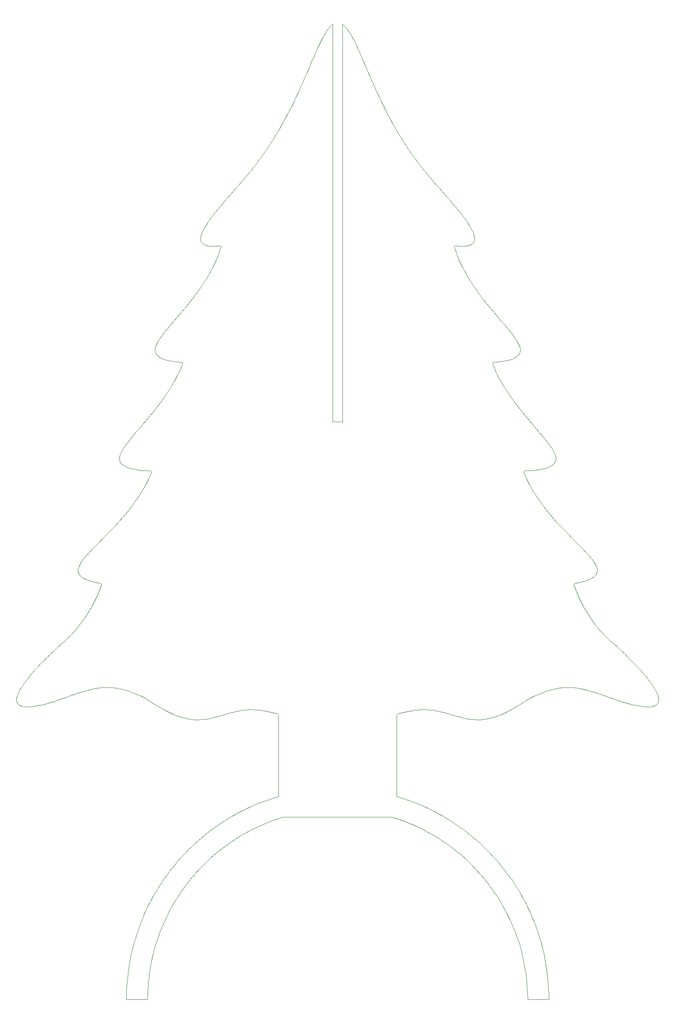
<source format=gm1>
G04 #@! TF.GenerationSoftware,KiCad,Pcbnew,8.0.6*
G04 #@! TF.CreationDate,2024-11-23T10:35:43+01:00*
G04 #@! TF.ProjectId,ChristmasTree,43687269-7374-46d6-9173-547265652e6b,rev?*
G04 #@! TF.SameCoordinates,Original*
G04 #@! TF.FileFunction,Profile,NP*
%FSLAX46Y46*%
G04 Gerber Fmt 4.6, Leading zero omitted, Abs format (unit mm)*
G04 Created by KiCad (PCBNEW 8.0.6) date 2024-11-23 10:35:43*
%MOMM*%
%LPD*%
G01*
G04 APERTURE LIST*
%ADD10C,0.100000*%
G04 #@! TA.AperFunction,Profile*
%ADD11C,0.100000*%
G04 #@! TD*
G04 APERTURE END LIST*
D10*
X81632625Y-53903598D02*
X81722426Y-53800161D01*
X81811920Y-53696922D01*
X81901088Y-53593892D01*
X81989911Y-53491082D01*
X82078371Y-53388502D01*
X82166448Y-53286165D01*
X82254123Y-53184080D01*
X82341379Y-53082259D01*
X82428196Y-52980712D01*
X82514555Y-52879452D01*
X82600438Y-52778487D01*
X82685826Y-52677831D01*
X82770700Y-52577493D01*
X82855042Y-52477484D01*
X82938832Y-52377816D01*
X83022052Y-52278499D01*
X83104683Y-52179545D01*
X83186707Y-52080964D01*
X83268104Y-51982767D01*
X83348856Y-51884966D01*
X83428944Y-51787570D01*
X83508350Y-51690592D01*
X83587054Y-51594043D01*
X83665037Y-51497932D01*
X83742282Y-51402271D01*
X83818769Y-51307072D01*
X83894479Y-51212344D01*
X83969395Y-51118100D01*
X84043496Y-51024349D01*
X84116764Y-50931103D01*
X84189181Y-50838374D01*
X84260728Y-50746171D01*
X42880000Y-152900000D02*
X42188462Y-153002722D01*
X41572982Y-153058573D01*
X41031503Y-153069092D01*
X40561969Y-153035818D01*
X40162321Y-152960293D01*
X39830504Y-152844055D01*
X39564461Y-152688645D01*
X39362135Y-152495604D01*
X39221469Y-152266471D01*
X39140408Y-152002786D01*
X39116893Y-151706090D01*
X39148868Y-151377922D01*
X39234278Y-151019823D01*
X39371064Y-150633332D01*
X39557170Y-150219990D01*
X39790540Y-149781337D01*
X40069116Y-149318913D01*
X40390842Y-148834257D01*
X40753662Y-148328911D01*
X41155518Y-147804413D01*
X41594354Y-147262305D01*
X42068113Y-146704126D01*
X42574739Y-146131416D01*
X43112174Y-145545716D01*
X43678362Y-144948565D01*
X44271247Y-144341503D01*
X44888771Y-143726072D01*
X45528878Y-143103809D01*
X46189511Y-142476257D01*
X46868613Y-141844954D01*
X47564128Y-141211441D01*
X48274000Y-140577259D01*
D11*
X111040099Y-154826164D02*
X111040099Y-169984918D01*
D10*
X156837591Y-152900000D02*
X156116227Y-152761429D01*
X155411607Y-152601067D01*
X154722178Y-152421925D01*
X154046390Y-152227017D01*
X153382692Y-152019355D01*
X152729533Y-151801951D01*
X152085362Y-151577819D01*
X151448628Y-151349971D01*
X150817781Y-151121420D01*
X150191268Y-150895179D01*
X149567541Y-150674260D01*
X148945046Y-150461676D01*
X148322235Y-150260440D01*
X147697555Y-150073564D01*
X147069456Y-149904061D01*
X146436386Y-149754945D01*
X145796796Y-149629227D01*
X145149134Y-149529920D01*
X144491848Y-149460037D01*
X143823389Y-149422591D01*
X143142205Y-149420595D01*
X142446746Y-149457061D01*
X141735460Y-149535002D01*
X141006797Y-149657430D01*
X140259205Y-149827359D01*
X139491133Y-150047800D01*
X138701032Y-150321768D01*
X137887349Y-150652274D01*
X137048535Y-151042331D01*
X136183037Y-151494952D01*
X135289306Y-152013149D01*
X134365790Y-152599937D01*
X65351828Y-152599937D02*
X64428309Y-152013149D01*
X63534575Y-151494952D01*
X62669075Y-151042331D01*
X61830259Y-150652274D01*
X61016574Y-150321768D01*
X60226471Y-150047800D01*
X59458398Y-149827359D01*
X58710805Y-149657430D01*
X57982140Y-149535002D01*
X57270853Y-149457061D01*
X56575392Y-149420595D01*
X55894207Y-149422591D01*
X55225747Y-149460037D01*
X54568461Y-149529920D01*
X53920798Y-149629227D01*
X53281207Y-149754945D01*
X52648137Y-149904061D01*
X52020037Y-150073564D01*
X51395357Y-150260440D01*
X50772545Y-150461676D01*
X50150050Y-150674260D01*
X49526322Y-150895179D01*
X48899810Y-151121420D01*
X48268962Y-151349971D01*
X47632228Y-151577819D01*
X46988057Y-151801951D01*
X46334898Y-152019355D01*
X45671200Y-152227017D01*
X44995412Y-152421925D01*
X44305983Y-152601067D01*
X43601363Y-152761429D01*
X42880000Y-152900000D01*
X110814278Y-43789331D02*
X110939873Y-44005446D01*
X111066616Y-44221831D01*
X111194517Y-44438468D01*
X111323587Y-44655337D01*
X111453838Y-44872420D01*
X111585280Y-45089698D01*
X111717924Y-45307153D01*
X111851781Y-45524765D01*
X111986863Y-45742517D01*
X112123180Y-45960388D01*
X112260743Y-46178362D01*
X112399563Y-46396418D01*
X112539652Y-46614539D01*
X112681019Y-46832705D01*
X112823677Y-47050898D01*
X112967636Y-47269100D01*
X113112906Y-47487291D01*
X113259500Y-47705452D01*
X113407428Y-47923566D01*
X113556701Y-48141613D01*
X113707330Y-48359574D01*
X113859326Y-48577432D01*
X114012700Y-48795166D01*
X114167463Y-49012760D01*
X114323626Y-49230193D01*
X114481200Y-49447447D01*
X114640196Y-49664504D01*
X114800625Y-49881345D01*
X114962498Y-50097950D01*
X115125825Y-50314302D01*
X115290618Y-50530382D01*
X115456889Y-50746171D01*
D11*
X63909030Y-208349453D02*
X59908588Y-208349453D01*
D10*
X55124901Y-130152768D02*
X55155400Y-130041835D01*
X55168191Y-129927594D01*
X55153863Y-129826852D01*
X55086139Y-129761397D01*
X64611127Y-108799041D02*
X64636892Y-108693930D01*
X64620055Y-108590210D01*
X64546039Y-108505032D01*
X64439828Y-108467416D01*
X64364113Y-108464185D01*
X135808561Y-208349453D02*
X135783825Y-207022746D01*
X135710144Y-205705049D01*
X135588306Y-204397412D01*
X135419099Y-203100885D01*
X135203310Y-201816518D01*
X134941729Y-200545362D01*
X134635142Y-199288468D01*
X134284338Y-198046884D01*
X133890106Y-196821662D01*
X133453233Y-195613851D01*
X132974507Y-194424502D01*
X132454716Y-193254665D01*
X131894649Y-192105391D01*
X131295094Y-190977729D01*
X130656838Y-189872730D01*
X129980670Y-188791444D01*
X129267378Y-187734921D01*
X128517749Y-186704212D01*
X127732573Y-185700366D01*
X126912637Y-184724435D01*
X126058728Y-183777468D01*
X125171636Y-182860515D01*
X124252148Y-181974626D01*
X123301053Y-181120853D01*
X122319138Y-180300245D01*
X121307192Y-179513852D01*
X120266002Y-178762725D01*
X119196357Y-178047914D01*
X118099044Y-177370468D01*
X116974853Y-176731439D01*
X115824570Y-176131877D01*
X114648985Y-175572832D01*
X114648985Y-175572832D02*
X114511903Y-175510948D01*
X114374512Y-175449644D01*
X114236811Y-175388920D01*
X114098800Y-175328774D01*
X113960479Y-175269208D01*
X113821849Y-175210220D01*
X113682908Y-175151812D01*
X113543658Y-175093982D01*
X113404099Y-175036732D01*
X113264229Y-174980060D01*
X113124049Y-174923966D01*
X112983560Y-174868452D01*
X112842761Y-174813516D01*
X112701651Y-174759158D01*
X112560232Y-174705379D01*
X112418504Y-174652179D01*
X112276465Y-174599556D01*
X112134116Y-174547512D01*
X111991457Y-174496047D01*
X111848489Y-174445159D01*
X111705210Y-174394849D01*
X111561622Y-174345118D01*
X111417723Y-174295964D01*
X111273515Y-174247388D01*
X111128996Y-174199391D01*
X110984168Y-174151970D01*
X110839030Y-174105128D01*
X110693581Y-174058863D01*
X110547823Y-174013176D01*
X110401754Y-173968066D01*
X110255376Y-173923534D01*
X110108688Y-173879580D01*
D11*
X99846492Y-173879580D02*
X89608876Y-173879580D01*
D10*
X77522646Y-65957973D02*
X76828054Y-66025195D01*
X76216029Y-66047383D01*
X75683623Y-66026177D01*
X75227891Y-65963214D01*
X74845885Y-65860135D01*
X74534658Y-65718580D01*
X74291263Y-65540187D01*
X74112755Y-65326596D01*
X73996185Y-65079447D01*
X73938607Y-64800378D01*
X73937075Y-64491030D01*
X73988642Y-64153042D01*
X74090360Y-63788054D01*
X74239283Y-63397704D01*
X74432465Y-62983632D01*
X74666958Y-62547478D01*
X74939816Y-62090881D01*
X75248091Y-61615481D01*
X75588838Y-61122916D01*
X75959109Y-60614827D01*
X76355957Y-60092853D01*
X76776436Y-59558633D01*
X77217600Y-59013807D01*
X77676500Y-58460014D01*
X78150190Y-57898893D01*
X78635725Y-57332085D01*
X79130156Y-56761228D01*
X79630537Y-56187962D01*
X80133921Y-55613927D01*
X80637361Y-55040761D01*
X81137911Y-54470105D01*
X81632625Y-53903598D01*
X89608876Y-173879580D02*
X88202681Y-174328617D01*
X86824471Y-174832755D01*
X85475339Y-175390535D01*
X84156376Y-176000500D01*
X82868676Y-176661192D01*
X81613329Y-177371155D01*
X80391430Y-178128930D01*
X79204069Y-178933060D01*
X78052340Y-179782089D01*
X76937334Y-180674557D01*
X75860144Y-181609009D01*
X74821861Y-182583986D01*
X73823580Y-183598031D01*
X72866390Y-184649687D01*
X71951386Y-185737496D01*
X71079659Y-186860002D01*
X70252301Y-188015745D01*
X69470405Y-189203269D01*
X68735064Y-190421117D01*
X68047368Y-191667831D01*
X67408411Y-192941954D01*
X66819285Y-194242028D01*
X66281083Y-195566596D01*
X65794895Y-196914200D01*
X65361816Y-198283383D01*
X64982936Y-199672688D01*
X64659349Y-201080657D01*
X64392147Y-202505832D01*
X64182422Y-203946757D01*
X64031265Y-205401974D01*
X63939770Y-206870025D01*
X63909030Y-208349453D01*
D11*
X139809029Y-208349453D02*
X135808587Y-208349453D01*
D10*
X129458595Y-87946594D02*
X129348938Y-87967809D01*
X129252905Y-88027048D01*
X129196524Y-88116651D01*
X129185356Y-88229499D01*
X129208141Y-88320396D01*
X100756684Y-24150235D02*
X100995486Y-24323687D01*
X101232158Y-24537003D01*
X101467399Y-24789036D01*
X101701909Y-25078640D01*
X101936389Y-25404670D01*
X102171539Y-25765980D01*
X102408059Y-26161424D01*
X102646648Y-26589855D01*
X102888008Y-27050129D01*
X103132839Y-27541099D01*
X103381839Y-28061619D01*
X103635711Y-28610544D01*
X103895154Y-29186727D01*
X104160868Y-29789023D01*
X104433553Y-30416286D01*
X104713909Y-31067370D01*
X105002638Y-31741129D01*
X105300438Y-32436417D01*
X105608010Y-33152088D01*
X105926054Y-33886997D01*
X106255271Y-34639998D01*
X106596360Y-35409944D01*
X106950021Y-36195691D01*
X107316956Y-36996091D01*
X107697864Y-37809999D01*
X108093445Y-38636270D01*
X108504399Y-39473756D01*
X108931427Y-40321314D01*
X109375228Y-41177796D01*
X109836504Y-42042056D01*
X110315954Y-42912950D01*
X110814278Y-43789331D01*
X88405870Y-154353487D02*
X88262705Y-154317848D01*
X88117619Y-154282372D01*
X87970591Y-154247058D01*
X87821599Y-154211907D01*
X87670622Y-154176919D01*
X87517642Y-154142095D01*
X87362635Y-154107435D01*
X87205583Y-154072939D01*
X87046463Y-154038609D01*
X86885256Y-154004445D01*
X86721941Y-153970447D01*
X86556497Y-153936616D01*
X86388903Y-153902952D01*
X86219139Y-153869456D01*
X86047183Y-153836128D01*
X85873017Y-153802969D01*
X64364113Y-108464185D02*
X64238178Y-108468345D01*
X64110340Y-108470956D01*
X63980564Y-108471950D01*
X63848817Y-108471255D01*
X63715066Y-108468804D01*
X63579279Y-108464525D01*
X63441420Y-108458350D01*
X63301458Y-108450209D01*
X63159360Y-108440033D01*
X63015091Y-108427751D01*
X62917690Y-108418359D01*
X88903339Y-43789331D02*
X89400086Y-42915217D01*
X89878096Y-42046502D01*
X90338061Y-41184325D01*
X90780673Y-40329827D01*
X91206625Y-39484148D01*
X91616609Y-38648427D01*
X92011318Y-37823806D01*
X92391443Y-37011424D01*
X92757678Y-36212420D01*
X93110715Y-35427936D01*
X93451246Y-34659112D01*
X93779964Y-33907087D01*
X94097562Y-33173001D01*
X94404731Y-32457995D01*
X94702164Y-31763209D01*
X94990554Y-31089783D01*
X95270592Y-30438857D01*
X95542973Y-29811571D01*
X95808387Y-29209065D01*
X96067528Y-28632480D01*
X96321087Y-28082955D01*
X96569758Y-27561630D01*
X96814232Y-27069646D01*
X97055203Y-26608143D01*
X97293362Y-26178260D01*
X97529403Y-25781139D01*
X97764017Y-25417918D01*
X97997897Y-25089739D01*
X98231735Y-24797741D01*
X98466224Y-24543064D01*
X98702056Y-24326848D01*
X98939925Y-24150235D01*
X130061844Y-87904234D02*
X129945521Y-87915285D01*
X129830668Y-87924917D01*
X129717296Y-87933115D01*
X129605418Y-87939866D01*
X129495048Y-87945157D01*
X129458595Y-87946594D01*
X54920272Y-129733139D02*
X53897166Y-129525961D01*
X53031662Y-129295021D01*
X52316554Y-129039812D01*
X51744636Y-128759825D01*
X51308703Y-128454553D01*
X51001548Y-128123487D01*
X50815967Y-127766121D01*
X50744753Y-127381946D01*
X50780702Y-126970455D01*
X50916606Y-126531140D01*
X51145261Y-126063493D01*
X51459460Y-125567006D01*
X51851999Y-125041172D01*
X52315671Y-124485483D01*
X52843272Y-123899431D01*
X53427594Y-123282509D01*
X54061432Y-122634208D01*
X54737582Y-121954022D01*
X55448836Y-121241442D01*
X56187990Y-120495960D01*
X56947838Y-119717069D01*
X57721174Y-118904260D01*
X58500792Y-118057028D01*
X59279487Y-117174862D01*
X60050053Y-116257257D01*
X60805284Y-115303703D01*
X61537975Y-114313694D01*
X62240920Y-113286721D01*
X62906913Y-112222277D01*
X63528749Y-111119854D01*
X64099222Y-109978945D01*
X64611127Y-108799041D01*
D11*
X98939925Y-24150235D02*
X98939925Y-99249606D01*
D10*
X59908588Y-208349453D02*
X59917457Y-207498942D01*
X59943947Y-206652782D01*
X59987884Y-205811148D01*
X60049090Y-204974213D01*
X60127390Y-204142152D01*
X60222610Y-203315139D01*
X60334572Y-202493349D01*
X60463101Y-201676956D01*
X60608022Y-200866134D01*
X60769159Y-200061058D01*
X60946336Y-199261902D01*
X61139377Y-198468840D01*
X61348108Y-197682047D01*
X61572351Y-196901697D01*
X61811932Y-196127965D01*
X62066675Y-195361024D01*
X62336404Y-194601049D01*
X62620944Y-193848215D01*
X62920118Y-193102696D01*
X63233751Y-192364666D01*
X63561668Y-191634300D01*
X63903692Y-190911771D01*
X64259648Y-190197255D01*
X64629361Y-189490926D01*
X65012655Y-188792957D01*
X65409353Y-188103524D01*
X65819281Y-187422800D01*
X66242262Y-186750961D01*
X66678121Y-186088180D01*
X67126683Y-185434631D01*
X67587771Y-184790490D01*
X68061210Y-184155931D01*
X77794293Y-66278886D02*
X77812620Y-66171216D01*
X77788383Y-66067881D01*
X77708129Y-65987075D01*
X77598893Y-65956250D01*
X77522646Y-65957973D01*
X70259022Y-87946594D02*
X70149156Y-87941825D01*
X70037779Y-87935569D01*
X69924904Y-87927846D01*
X69810543Y-87918677D01*
X69694709Y-87908080D01*
X69655773Y-87904234D01*
X70509476Y-88320396D02*
X70533644Y-88212234D01*
X70515676Y-88102292D01*
X70453290Y-88016607D01*
X70352047Y-87962275D01*
X70259022Y-87946594D01*
X134365790Y-152599937D02*
X133456345Y-153177693D01*
X132587184Y-153680628D01*
X131756009Y-154112740D01*
X130960522Y-154478024D01*
X130198424Y-154780478D01*
X129467417Y-155024100D01*
X128765202Y-155212886D01*
X128089482Y-155350835D01*
X127437957Y-155441943D01*
X126808331Y-155490207D01*
X126198303Y-155499624D01*
X125605576Y-155474193D01*
X125027851Y-155417909D01*
X124462831Y-155334771D01*
X123908216Y-155228776D01*
X123361709Y-155103920D01*
X122821011Y-154964201D01*
X122283824Y-154813616D01*
X121747849Y-154656163D01*
X121210789Y-154495838D01*
X120670343Y-154336640D01*
X120124216Y-154182564D01*
X119570107Y-154037609D01*
X119005719Y-153905771D01*
X118428754Y-153791048D01*
X117836912Y-153697437D01*
X117227896Y-153628935D01*
X116599407Y-153589540D01*
X115949147Y-153583249D01*
X115274818Y-153614058D01*
X114574121Y-153685966D01*
X113844759Y-153802969D01*
D11*
X110108688Y-173879580D02*
X99871098Y-173879580D01*
D10*
X129208141Y-88320396D02*
X129686688Y-89447438D01*
X130213843Y-90542520D01*
X130783188Y-91605617D01*
X131388305Y-92636706D01*
X132022778Y-93635765D01*
X132680187Y-94602770D01*
X133354117Y-95537698D01*
X134038148Y-96440526D01*
X134725865Y-97311231D01*
X135410848Y-98149790D01*
X136086681Y-98956179D01*
X136746946Y-99730376D01*
X137385225Y-100472358D01*
X137995101Y-101182101D01*
X138570157Y-101859583D01*
X139103974Y-102504780D01*
X139590136Y-103117668D01*
X140022224Y-103698226D01*
X140393821Y-104246430D01*
X140698510Y-104762257D01*
X140929873Y-105245684D01*
X141081492Y-105696687D01*
X141146950Y-106115244D01*
X141119830Y-106501332D01*
X140993713Y-106854927D01*
X140762183Y-107176006D01*
X140418821Y-107464546D01*
X139957210Y-107720525D01*
X139370933Y-107943918D01*
X138653571Y-108134704D01*
X137798708Y-108292858D01*
X136799927Y-108418359D01*
X121923324Y-66278886D02*
X122345790Y-67495218D01*
X122829827Y-68676941D01*
X123368192Y-69824030D01*
X123953645Y-70936458D01*
X124578943Y-72014198D01*
X125236844Y-73057224D01*
X125920107Y-74065508D01*
X126621489Y-75039025D01*
X127333749Y-75977749D01*
X128049646Y-76881651D01*
X128761936Y-77750707D01*
X129463379Y-78584889D01*
X130146733Y-79384171D01*
X130804755Y-80148527D01*
X131430205Y-80877929D01*
X132015839Y-81572352D01*
X132554417Y-82231769D01*
X133038696Y-82856152D01*
X133461435Y-83445477D01*
X133815392Y-83999716D01*
X134093325Y-84518842D01*
X134287992Y-85002830D01*
X134392151Y-85451652D01*
X134398561Y-85865282D01*
X134299980Y-86243694D01*
X134089166Y-86586861D01*
X133758877Y-86894757D01*
X133301871Y-87167354D01*
X132710906Y-87404627D01*
X131978741Y-87606549D01*
X131098134Y-87773093D01*
X130061844Y-87904234D01*
X69655773Y-87904234D02*
X68619495Y-87773093D01*
X67738900Y-87606549D01*
X67006746Y-87404627D01*
X66415790Y-87167354D01*
X65958791Y-86894757D01*
X65628507Y-86586861D01*
X65417697Y-86243694D01*
X65319118Y-85865282D01*
X65325529Y-85451652D01*
X65429689Y-85002830D01*
X65624356Y-84518842D01*
X65902287Y-83999716D01*
X66256241Y-83445477D01*
X66678977Y-82856152D01*
X67163253Y-82231769D01*
X67701827Y-81572352D01*
X68287457Y-80877929D01*
X68912901Y-80148527D01*
X69570919Y-79384171D01*
X70254267Y-78584889D01*
X70955705Y-77750707D01*
X71667991Y-76881651D01*
X72383882Y-75977749D01*
X73096138Y-75039025D01*
X73797517Y-74065508D01*
X74480776Y-73057224D01*
X75138674Y-72014198D01*
X75763970Y-70936458D01*
X76349422Y-69824030D01*
X76887787Y-68676941D01*
X77371824Y-67495218D01*
X77794293Y-66278886D01*
X128015798Y-180007375D02*
X128690243Y-180693812D01*
X129348144Y-181396283D01*
X129989182Y-182114470D01*
X130613036Y-182848053D01*
X131219389Y-183596716D01*
X131807920Y-184360141D01*
X132378311Y-185138010D01*
X132930242Y-185930005D01*
X133463395Y-186735808D01*
X133977451Y-187555102D01*
X134472089Y-188387568D01*
X134946992Y-189232890D01*
X135401839Y-190090749D01*
X135836312Y-190960827D01*
X136250092Y-191842807D01*
X136642860Y-192736370D01*
X137014295Y-193641200D01*
X137364080Y-194556977D01*
X137691896Y-195483385D01*
X137997422Y-196420106D01*
X138280340Y-197366821D01*
X138540331Y-198323213D01*
X138777075Y-199288965D01*
X138990254Y-200263757D01*
X139179548Y-201247274D01*
X139344638Y-202239196D01*
X139485205Y-203239206D01*
X139600931Y-204246986D01*
X139691495Y-205262219D01*
X139756579Y-206284586D01*
X139795863Y-207313770D01*
X139809029Y-208349453D01*
X135353504Y-108464185D02*
X135243858Y-108474243D01*
X135148036Y-108522503D01*
X135087939Y-108617417D01*
X135085086Y-108727549D01*
X135106648Y-108799041D01*
X88677491Y-154826164D02*
X88670270Y-154708381D01*
X88646459Y-154597392D01*
X88602833Y-154499194D01*
X88536167Y-154419782D01*
X88443239Y-154365153D01*
X88405870Y-154353487D01*
X55086139Y-129761397D02*
X54983590Y-129743800D01*
X54920272Y-129733139D01*
X136799927Y-108418359D02*
X136654190Y-108432092D01*
X136510655Y-108443674D01*
X136369284Y-108453176D01*
X136230041Y-108460664D01*
X136092892Y-108466207D01*
X135957799Y-108469873D01*
X135824727Y-108471732D01*
X135693640Y-108471851D01*
X135564501Y-108470299D01*
X135437276Y-108467144D01*
X135353504Y-108464185D01*
X115456889Y-50746171D02*
X115528433Y-50838374D01*
X115600847Y-50931103D01*
X115674113Y-51024349D01*
X115748213Y-51118100D01*
X115823126Y-51212344D01*
X115898836Y-51307072D01*
X115975322Y-51402271D01*
X116052566Y-51497932D01*
X116130550Y-51594043D01*
X116209254Y-51690592D01*
X116288660Y-51787570D01*
X116368749Y-51884966D01*
X116449503Y-51982767D01*
X116530902Y-52080964D01*
X116612929Y-52179545D01*
X116695564Y-52278499D01*
X116778788Y-52377816D01*
X116862583Y-52477484D01*
X116946929Y-52577493D01*
X117031810Y-52677831D01*
X117117205Y-52778487D01*
X117203095Y-52879452D01*
X117289463Y-52980712D01*
X117376289Y-53082259D01*
X117463555Y-53184080D01*
X117551241Y-53286165D01*
X117639330Y-53388502D01*
X117727802Y-53491082D01*
X117816639Y-53593892D01*
X117905822Y-53696922D01*
X117995332Y-53800161D01*
X118085151Y-53903598D01*
X113844759Y-153802969D02*
X113670559Y-153836128D01*
X113498576Y-153869456D01*
X113328789Y-153902952D01*
X113161175Y-153936616D01*
X112995715Y-153970447D01*
X112832387Y-154004445D01*
X112671170Y-154038609D01*
X112512044Y-154072939D01*
X112354986Y-154107435D01*
X112199976Y-154142095D01*
X112046993Y-154176919D01*
X111896016Y-154211907D01*
X111747024Y-154247058D01*
X111599996Y-154282372D01*
X111454910Y-154317848D01*
X111311747Y-154353487D01*
X111040099Y-169984918D02*
X111646957Y-170166543D01*
X112249720Y-170357511D01*
X112848306Y-170557735D01*
X113442632Y-170767129D01*
X114032613Y-170985610D01*
X114618167Y-171213091D01*
X115199210Y-171449487D01*
X115775659Y-171694713D01*
X116347431Y-171948684D01*
X116914443Y-172211313D01*
X117476611Y-172482517D01*
X118033852Y-172762210D01*
X118586083Y-173050306D01*
X119133220Y-173346721D01*
X119675181Y-173651368D01*
X120211882Y-173964163D01*
X120743240Y-174285021D01*
X121269171Y-174613855D01*
X121789592Y-174950581D01*
X122304420Y-175295114D01*
X122813572Y-175647368D01*
X123316965Y-176007258D01*
X123814514Y-176374699D01*
X124306138Y-176749605D01*
X124791752Y-177131891D01*
X125271274Y-177521472D01*
X125744620Y-177918263D01*
X126211707Y-178322178D01*
X126672451Y-178733132D01*
X127126770Y-179151039D01*
X127574580Y-179575815D01*
X128015798Y-180007375D01*
X144596315Y-130152768D02*
X144709726Y-130462917D01*
X144828443Y-130776690D01*
X144952584Y-131093826D01*
X145082268Y-131414063D01*
X145217613Y-131737138D01*
X145358737Y-132062792D01*
X145505757Y-132390761D01*
X145658794Y-132720784D01*
X145817963Y-133052600D01*
X145983385Y-133385946D01*
X146155177Y-133720562D01*
X146333456Y-134056185D01*
X146518342Y-134392554D01*
X146709953Y-134729407D01*
X146908407Y-135066483D01*
X147113822Y-135403520D01*
X147326315Y-135740255D01*
X147546007Y-136076428D01*
X147773014Y-136411777D01*
X148007455Y-136746041D01*
X148249448Y-137078956D01*
X148499111Y-137410263D01*
X148756563Y-137739699D01*
X149021921Y-138067002D01*
X149295305Y-138391911D01*
X149576831Y-138714164D01*
X149866619Y-139033500D01*
X150164787Y-139349657D01*
X150471452Y-139662373D01*
X150786733Y-139971386D01*
X151110749Y-140276435D01*
X151443617Y-140577259D01*
X62917690Y-108418359D02*
X61918908Y-108292858D01*
X61064045Y-108134704D01*
X60346683Y-107943918D01*
X59760406Y-107720525D01*
X59298795Y-107464546D01*
X58955433Y-107176006D01*
X58723903Y-106854927D01*
X58597786Y-106501332D01*
X58570666Y-106115244D01*
X58636124Y-105696687D01*
X58787743Y-105245684D01*
X59019106Y-104762257D01*
X59323795Y-104246430D01*
X59695392Y-103698226D01*
X60127480Y-103117668D01*
X60613642Y-102504780D01*
X61147459Y-101859583D01*
X61722515Y-101182101D01*
X62332391Y-100472358D01*
X62970670Y-99730376D01*
X63630935Y-98956179D01*
X64306768Y-98149790D01*
X64991751Y-97311231D01*
X65679468Y-96440526D01*
X66363499Y-95537698D01*
X67037429Y-94602770D01*
X67694838Y-93635765D01*
X68329311Y-92636706D01*
X68934428Y-91605617D01*
X69503773Y-90542520D01*
X70030928Y-89447438D01*
X70509476Y-88320396D01*
X118085151Y-53903598D02*
X118579847Y-54470105D01*
X119080381Y-55040761D01*
X119583808Y-55613927D01*
X120087179Y-56187962D01*
X120587547Y-56761228D01*
X121081967Y-57332085D01*
X121567491Y-57898893D01*
X122041172Y-58460014D01*
X122500064Y-59013807D01*
X122941220Y-59558633D01*
X123361692Y-60092853D01*
X123758535Y-60614827D01*
X124128800Y-61122916D01*
X124469542Y-61615481D01*
X124777814Y-62090881D01*
X125050668Y-62547478D01*
X125285159Y-62983632D01*
X125478338Y-63397704D01*
X125627259Y-63788054D01*
X125728976Y-64153042D01*
X125780542Y-64491030D01*
X125779009Y-64800378D01*
X125721431Y-65079447D01*
X125604861Y-65326596D01*
X125426352Y-65540187D01*
X125182958Y-65718580D01*
X124871731Y-65860135D01*
X124489725Y-65963214D01*
X124033993Y-66026177D01*
X123501588Y-66047383D01*
X122889563Y-66025195D01*
X122194972Y-65957973D01*
X68061210Y-184155931D02*
X68546511Y-183531473D01*
X69043830Y-182916988D01*
X69552991Y-182312651D01*
X70073818Y-181718635D01*
X70606134Y-181135115D01*
X71149764Y-180562266D01*
X71704530Y-180000262D01*
X72270256Y-179449277D01*
X72846766Y-178909486D01*
X73433885Y-178381063D01*
X74031435Y-177864183D01*
X74639240Y-177359019D01*
X75257125Y-176865747D01*
X75884912Y-176384541D01*
X76522426Y-175915575D01*
X77169490Y-175459024D01*
X77825927Y-175015062D01*
X78491563Y-174583863D01*
X79166219Y-174165603D01*
X79849721Y-173760454D01*
X80541892Y-173368592D01*
X81242555Y-172990192D01*
X81951534Y-172625427D01*
X82668653Y-172274471D01*
X83393736Y-171937501D01*
X84126606Y-171614689D01*
X84867088Y-171306210D01*
X85615004Y-171012238D01*
X86370178Y-170732949D01*
X87132435Y-170468516D01*
X87901598Y-170219114D01*
X88677491Y-169984918D01*
X135106648Y-108799041D02*
X135618538Y-109978945D01*
X136188997Y-111119854D01*
X136810821Y-112222277D01*
X137476802Y-113286721D01*
X138179736Y-114313694D01*
X138912417Y-115303703D01*
X139667639Y-116257257D01*
X140438196Y-117174862D01*
X141216883Y-118057028D01*
X141996494Y-118904260D01*
X142769823Y-119717069D01*
X143529665Y-120495960D01*
X144268813Y-121241442D01*
X144980063Y-121954022D01*
X145656208Y-122634208D01*
X146290042Y-123282509D01*
X146874361Y-123899431D01*
X147401958Y-124485483D01*
X147865628Y-125041172D01*
X148258164Y-125567006D01*
X148572362Y-126063493D01*
X148801015Y-126531140D01*
X148936918Y-126970455D01*
X148972865Y-127381946D01*
X148901651Y-127766121D01*
X148716069Y-128123487D01*
X148408914Y-128454553D01*
X147972980Y-128759825D01*
X147401062Y-129039812D01*
X146685954Y-129295021D01*
X145820450Y-129525961D01*
X144797345Y-129733139D01*
X85873017Y-153802969D02*
X85143639Y-153685966D01*
X84442928Y-153614058D01*
X83768586Y-153583249D01*
X83118314Y-153589540D01*
X82489814Y-153628935D01*
X81880787Y-153697437D01*
X81288935Y-153791048D01*
X80711960Y-153905771D01*
X80147564Y-154037609D01*
X79593447Y-154182564D01*
X79047311Y-154336640D01*
X78506860Y-154495838D01*
X77969792Y-154656163D01*
X77433812Y-154813616D01*
X76896619Y-154964201D01*
X76355917Y-155103920D01*
X75809406Y-155228776D01*
X75254788Y-155334771D01*
X74689764Y-155417909D01*
X74112037Y-155474193D01*
X73519308Y-155499624D01*
X72909279Y-155490207D01*
X72279651Y-155441943D01*
X71628126Y-155350835D01*
X70952405Y-155212886D01*
X70250191Y-155024100D01*
X69519185Y-154780478D01*
X68757088Y-154478024D01*
X67961602Y-154112740D01*
X67130429Y-153680628D01*
X66261270Y-153177693D01*
X65351828Y-152599937D01*
D11*
X88677491Y-169984918D02*
X88677491Y-154826164D01*
X100756684Y-99249606D02*
X100756684Y-24150235D01*
D10*
X122194972Y-65957973D02*
X122084204Y-65960831D01*
X121984685Y-66003035D01*
X121917697Y-66094599D01*
X121906923Y-66205371D01*
X121923324Y-66278886D01*
X48274000Y-140577259D02*
X48606868Y-140276435D01*
X48930885Y-139971386D01*
X49246171Y-139662373D01*
X49552843Y-139349657D01*
X49851020Y-139033500D01*
X50140822Y-138714164D01*
X50422367Y-138391911D01*
X50695773Y-138067002D01*
X50961160Y-137739699D01*
X51218647Y-137410263D01*
X51468351Y-137078956D01*
X51710393Y-136746041D01*
X51944890Y-136411777D01*
X52171962Y-136076428D01*
X52391727Y-135740255D01*
X52604304Y-135403520D01*
X52809812Y-135066483D01*
X53008369Y-134729407D01*
X53200095Y-134392554D01*
X53385108Y-134056185D01*
X53563527Y-133720562D01*
X53735471Y-133385946D01*
X53901058Y-133052600D01*
X54060408Y-132720784D01*
X54213638Y-132390761D01*
X54360869Y-132062792D01*
X54502218Y-131737138D01*
X54637805Y-131414063D01*
X54767747Y-131093826D01*
X54892165Y-130776690D01*
X55011176Y-130462917D01*
X55124901Y-130152768D01*
D11*
X98939925Y-99249606D02*
X100756684Y-99249606D01*
D10*
X144797345Y-129733139D02*
X144697579Y-129749590D01*
X144631636Y-129761397D01*
X144631636Y-129761397D02*
X144560587Y-129837313D01*
X144550738Y-129942627D01*
X144564206Y-130041833D01*
X144596315Y-130152768D01*
D11*
X135808587Y-208349453D02*
X135808561Y-208349453D01*
D10*
X84260728Y-50746171D02*
X84427012Y-50530382D01*
X84591819Y-50314302D01*
X84755159Y-50097950D01*
X84917043Y-49881345D01*
X85077482Y-49664504D01*
X85236488Y-49447447D01*
X85394071Y-49230193D01*
X85550242Y-49012760D01*
X85705012Y-48795166D01*
X85858392Y-48577432D01*
X86010393Y-48359574D01*
X86161026Y-48141613D01*
X86310302Y-47923566D01*
X86458233Y-47705452D01*
X86604828Y-47487291D01*
X86750099Y-47269100D01*
X86894058Y-47050898D01*
X87036714Y-46832705D01*
X87178079Y-46614539D01*
X87318164Y-46396418D01*
X87456980Y-46178362D01*
X87594538Y-45960388D01*
X87730849Y-45742517D01*
X87865924Y-45524765D01*
X87999774Y-45307153D01*
X88132409Y-45089698D01*
X88263841Y-44872420D01*
X88394081Y-44655337D01*
X88523140Y-44438468D01*
X88651028Y-44221831D01*
X88777758Y-44005446D01*
X88903339Y-43789331D01*
X151443617Y-140577259D02*
X152153487Y-141211441D01*
X152849002Y-141844954D01*
X153528104Y-142476257D01*
X154188737Y-143103809D01*
X154828843Y-143726072D01*
X155446367Y-144341503D01*
X156039250Y-144948565D01*
X156605438Y-145545716D01*
X157142872Y-146131416D01*
X157649497Y-146704126D01*
X158123255Y-147262305D01*
X158562090Y-147804413D01*
X158963945Y-148328911D01*
X159326763Y-148834257D01*
X159648488Y-149318913D01*
X159927064Y-149781337D01*
X160160432Y-150219990D01*
X160346537Y-150633332D01*
X160483322Y-151019823D01*
X160568730Y-151377922D01*
X160600704Y-151706090D01*
X160577188Y-152002786D01*
X160496126Y-152266471D01*
X160355459Y-152495604D01*
X160153132Y-152688645D01*
X159887089Y-152844055D01*
X159555271Y-152960293D01*
X159155623Y-153035818D01*
X158686087Y-153069092D01*
X158144608Y-153058573D01*
X157529128Y-153002722D01*
X156837591Y-152900000D01*
X111311747Y-154353487D02*
X111209414Y-154398522D01*
X111134359Y-154470340D01*
X111083383Y-154562942D01*
X111053284Y-154670333D01*
X111040863Y-154786518D01*
X111040099Y-154826164D01*
D11*
X99871098Y-173879580D02*
X99846492Y-173879580D01*
M02*

</source>
